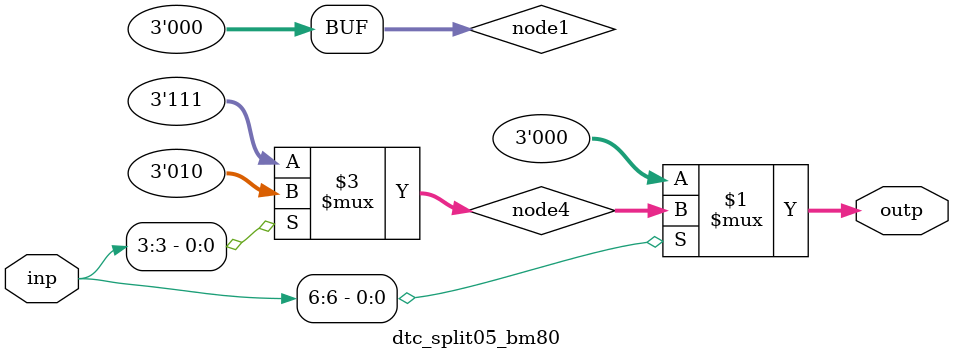
<source format=v>
module dtc_split05_bm80 (
	input  wire [12-1:0] inp,
	output wire [3-1:0] outp
);

	wire [3-1:0] node1;
	wire [3-1:0] node4;

	assign outp = (inp[6]) ? node4 : node1;
		assign node1 = (inp[3]) ? 3'b000 : 3'b000;
		assign node4 = (inp[3]) ? 3'b010 : 3'b111;

endmodule
</source>
